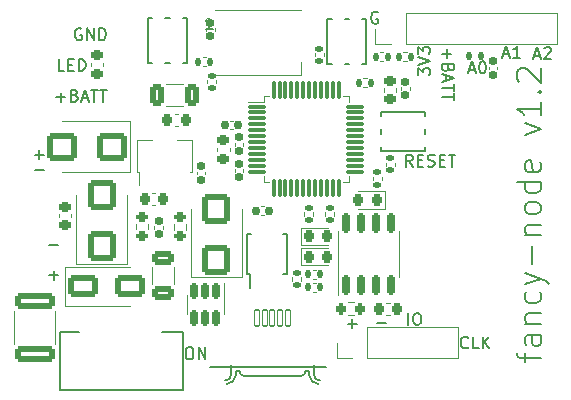
<source format=gto>
%TF.GenerationSoftware,KiCad,Pcbnew,7.0.2-6a45011f42~172~ubuntu22.04.1*%
%TF.CreationDate,2023-04-30T08:48:56-06:00*%
%TF.ProjectId,fancy-node,66616e63-792d-46e6-9f64-652e6b696361,rev?*%
%TF.SameCoordinates,Original*%
%TF.FileFunction,Legend,Top*%
%TF.FilePolarity,Positive*%
%FSLAX46Y46*%
G04 Gerber Fmt 4.6, Leading zero omitted, Abs format (unit mm)*
G04 Created by KiCad (PCBNEW 7.0.2-6a45011f42~172~ubuntu22.04.1) date 2023-04-30 08:48:56*
%MOMM*%
%LPD*%
G01*
G04 APERTURE LIST*
G04 Aperture macros list*
%AMRoundRect*
0 Rectangle with rounded corners*
0 $1 Rounding radius*
0 $2 $3 $4 $5 $6 $7 $8 $9 X,Y pos of 4 corners*
0 Add a 4 corners polygon primitive as box body*
4,1,4,$2,$3,$4,$5,$6,$7,$8,$9,$2,$3,0*
0 Add four circle primitives for the rounded corners*
1,1,$1+$1,$2,$3*
1,1,$1+$1,$4,$5*
1,1,$1+$1,$6,$7*
1,1,$1+$1,$8,$9*
0 Add four rect primitives between the rounded corners*
20,1,$1+$1,$2,$3,$4,$5,0*
20,1,$1+$1,$4,$5,$6,$7,0*
20,1,$1+$1,$6,$7,$8,$9,0*
20,1,$1+$1,$8,$9,$2,$3,0*%
%AMFreePoly0*
4,1,9,3.862500,-0.866500,0.737500,-0.866500,0.737500,-0.450000,-0.737500,-0.450000,-0.737500,0.450000,0.737500,0.450000,0.737500,0.866500,3.862500,0.866500,3.862500,-0.866500,3.862500,-0.866500,$1*%
G04 Aperture macros list end*
%ADD10C,0.150000*%
%ADD11C,0.200000*%
%ADD12C,0.120000*%
%ADD13C,0.127000*%
%ADD14C,1.408000*%
%ADD15C,1.800000*%
%ADD16R,1.700000X1.700000*%
%ADD17O,1.700000X1.700000*%
%ADD18RoundRect,0.135000X0.185000X-0.135000X0.185000X0.135000X-0.185000X0.135000X-0.185000X-0.135000X0*%
%ADD19R,0.900000X1.250000*%
%ADD20RoundRect,0.225000X-0.225000X-0.250000X0.225000X-0.250000X0.225000X0.250000X-0.225000X0.250000X0*%
%ADD21RoundRect,0.155000X0.212500X0.155000X-0.212500X0.155000X-0.212500X-0.155000X0.212500X-0.155000X0*%
%ADD22RoundRect,0.225000X-0.250000X0.225000X-0.250000X-0.225000X0.250000X-0.225000X0.250000X0.225000X0*%
%ADD23RoundRect,0.155000X0.155000X-0.212500X0.155000X0.212500X-0.155000X0.212500X-0.155000X-0.212500X0*%
%ADD24RoundRect,0.200000X0.275000X-0.200000X0.275000X0.200000X-0.275000X0.200000X-0.275000X-0.200000X0*%
%ADD25RoundRect,0.050000X0.200000X0.675000X-0.200000X0.675000X-0.200000X-0.675000X0.200000X-0.675000X0*%
%ADD26R,1.500000X1.550000*%
%ADD27RoundRect,0.218750X-0.218750X-0.256250X0.218750X-0.256250X0.218750X0.256250X-0.218750X0.256250X0*%
%ADD28RoundRect,0.135000X-0.135000X-0.185000X0.135000X-0.185000X0.135000X0.185000X-0.135000X0.185000X0*%
%ADD29R,0.300000X1.400000*%
%ADD30RoundRect,0.218750X0.218750X0.256250X-0.218750X0.256250X-0.218750X-0.256250X0.218750X-0.256250X0*%
%ADD31R,1.500000X0.900000*%
%ADD32RoundRect,0.200000X-0.275000X0.200000X-0.275000X-0.200000X0.275000X-0.200000X0.275000X0.200000X0*%
%ADD33RoundRect,0.250000X-0.650000X0.325000X-0.650000X-0.325000X0.650000X-0.325000X0.650000X0.325000X0*%
%ADD34RoundRect,0.150000X0.150000X-0.675000X0.150000X0.675000X-0.150000X0.675000X-0.150000X-0.675000X0*%
%ADD35R,3.800000X2.700000*%
%ADD36RoundRect,0.250000X-1.000000X-0.650000X1.000000X-0.650000X1.000000X0.650000X-1.000000X0.650000X0*%
%ADD37RoundRect,0.250000X-0.325000X-0.650000X0.325000X-0.650000X0.325000X0.650000X-0.325000X0.650000X0*%
%ADD38RoundRect,0.147500X-0.147500X-0.172500X0.147500X-0.172500X0.147500X0.172500X-0.147500X0.172500X0*%
%ADD39RoundRect,0.200000X0.200000X0.275000X-0.200000X0.275000X-0.200000X-0.275000X0.200000X-0.275000X0*%
%ADD40RoundRect,0.155000X-0.155000X0.212500X-0.155000X-0.212500X0.155000X-0.212500X0.155000X0.212500X0*%
%ADD41RoundRect,0.250000X1.000000X0.900000X-1.000000X0.900000X-1.000000X-0.900000X1.000000X-0.900000X0*%
%ADD42C,3.200000*%
%ADD43RoundRect,0.225000X0.250000X-0.225000X0.250000X0.225000X-0.250000X0.225000X-0.250000X-0.225000X0*%
%ADD44RoundRect,0.250000X0.900000X-1.000000X0.900000X1.000000X-0.900000X1.000000X-0.900000X-1.000000X0*%
%ADD45RoundRect,0.250000X-1.450000X0.400000X-1.450000X-0.400000X1.450000X-0.400000X1.450000X0.400000X0*%
%ADD46R,0.900000X1.300000*%
%ADD47FreePoly0,90.000000*%
%ADD48R,1.250000X0.900000*%
%ADD49RoundRect,0.150000X-0.150000X0.512500X-0.150000X-0.512500X0.150000X-0.512500X0.150000X0.512500X0*%
%ADD50RoundRect,0.155000X-0.212500X-0.155000X0.212500X-0.155000X0.212500X0.155000X-0.212500X0.155000X0*%
%ADD51RoundRect,0.075000X-0.662500X-0.075000X0.662500X-0.075000X0.662500X0.075000X-0.662500X0.075000X0*%
%ADD52RoundRect,0.075000X-0.075000X-0.662500X0.075000X-0.662500X0.075000X0.662500X-0.075000X0.662500X0*%
%ADD53R,1.800000X1.800000*%
%ADD54R,1.000000X1.000000*%
%ADD55C,1.000000*%
%ADD56C,1.700000*%
G04 APERTURE END LIST*
D10*
X89803333Y-89663095D02*
X89803333Y-90425000D01*
X89422380Y-90044047D02*
X90184285Y-90044047D01*
X89946190Y-91234523D02*
X89898571Y-91377380D01*
X89898571Y-91377380D02*
X89850952Y-91424999D01*
X89850952Y-91424999D02*
X89755714Y-91472618D01*
X89755714Y-91472618D02*
X89612857Y-91472618D01*
X89612857Y-91472618D02*
X89517619Y-91424999D01*
X89517619Y-91424999D02*
X89470000Y-91377380D01*
X89470000Y-91377380D02*
X89422380Y-91282142D01*
X89422380Y-91282142D02*
X89422380Y-90901190D01*
X89422380Y-90901190D02*
X90422380Y-90901190D01*
X90422380Y-90901190D02*
X90422380Y-91234523D01*
X90422380Y-91234523D02*
X90374761Y-91329761D01*
X90374761Y-91329761D02*
X90327142Y-91377380D01*
X90327142Y-91377380D02*
X90231904Y-91424999D01*
X90231904Y-91424999D02*
X90136666Y-91424999D01*
X90136666Y-91424999D02*
X90041428Y-91377380D01*
X90041428Y-91377380D02*
X89993809Y-91329761D01*
X89993809Y-91329761D02*
X89946190Y-91234523D01*
X89946190Y-91234523D02*
X89946190Y-90901190D01*
X89708095Y-91853571D02*
X89708095Y-92329761D01*
X89422380Y-91758333D02*
X90422380Y-92091666D01*
X90422380Y-92091666D02*
X89422380Y-92424999D01*
X90422380Y-92615476D02*
X90422380Y-93186904D01*
X89422380Y-92901190D02*
X90422380Y-92901190D01*
X90422380Y-93377381D02*
X90422380Y-93948809D01*
X89422380Y-93663095D02*
X90422380Y-93663095D01*
X97190476Y-90191904D02*
X97666666Y-90191904D01*
X97095238Y-90477619D02*
X97428571Y-89477619D01*
X97428571Y-89477619D02*
X97761904Y-90477619D01*
X98047619Y-89572857D02*
X98095238Y-89525238D01*
X98095238Y-89525238D02*
X98190476Y-89477619D01*
X98190476Y-89477619D02*
X98428571Y-89477619D01*
X98428571Y-89477619D02*
X98523809Y-89525238D01*
X98523809Y-89525238D02*
X98571428Y-89572857D01*
X98571428Y-89572857D02*
X98619047Y-89668095D01*
X98619047Y-89668095D02*
X98619047Y-89763333D01*
X98619047Y-89763333D02*
X98571428Y-89906190D01*
X98571428Y-89906190D02*
X98000000Y-90477619D01*
X98000000Y-90477619D02*
X98619047Y-90477619D01*
X94590476Y-90091904D02*
X95066666Y-90091904D01*
X94495238Y-90377619D02*
X94828571Y-89377619D01*
X94828571Y-89377619D02*
X95161904Y-90377619D01*
X96019047Y-90377619D02*
X95447619Y-90377619D01*
X95733333Y-90377619D02*
X95733333Y-89377619D01*
X95733333Y-89377619D02*
X95638095Y-89520476D01*
X95638095Y-89520476D02*
X95542857Y-89615714D01*
X95542857Y-89615714D02*
X95447619Y-89663333D01*
X91690476Y-91391904D02*
X92166666Y-91391904D01*
X91595238Y-91677619D02*
X91928571Y-90677619D01*
X91928571Y-90677619D02*
X92261904Y-91677619D01*
X92785714Y-90677619D02*
X92880952Y-90677619D01*
X92880952Y-90677619D02*
X92976190Y-90725238D01*
X92976190Y-90725238D02*
X93023809Y-90772857D01*
X93023809Y-90772857D02*
X93071428Y-90868095D01*
X93071428Y-90868095D02*
X93119047Y-91058571D01*
X93119047Y-91058571D02*
X93119047Y-91296666D01*
X93119047Y-91296666D02*
X93071428Y-91487142D01*
X93071428Y-91487142D02*
X93023809Y-91582380D01*
X93023809Y-91582380D02*
X92976190Y-91630000D01*
X92976190Y-91630000D02*
X92880952Y-91677619D01*
X92880952Y-91677619D02*
X92785714Y-91677619D01*
X92785714Y-91677619D02*
X92690476Y-91630000D01*
X92690476Y-91630000D02*
X92642857Y-91582380D01*
X92642857Y-91582380D02*
X92595238Y-91487142D01*
X92595238Y-91487142D02*
X92547619Y-91296666D01*
X92547619Y-91296666D02*
X92547619Y-91058571D01*
X92547619Y-91058571D02*
X92595238Y-90868095D01*
X92595238Y-90868095D02*
X92642857Y-90772857D01*
X92642857Y-90772857D02*
X92690476Y-90725238D01*
X92690476Y-90725238D02*
X92785714Y-90677619D01*
X87377619Y-91857142D02*
X87377619Y-91238095D01*
X87377619Y-91238095D02*
X87758571Y-91571428D01*
X87758571Y-91571428D02*
X87758571Y-91428571D01*
X87758571Y-91428571D02*
X87806190Y-91333333D01*
X87806190Y-91333333D02*
X87853809Y-91285714D01*
X87853809Y-91285714D02*
X87949047Y-91238095D01*
X87949047Y-91238095D02*
X88187142Y-91238095D01*
X88187142Y-91238095D02*
X88282380Y-91285714D01*
X88282380Y-91285714D02*
X88330000Y-91333333D01*
X88330000Y-91333333D02*
X88377619Y-91428571D01*
X88377619Y-91428571D02*
X88377619Y-91714285D01*
X88377619Y-91714285D02*
X88330000Y-91809523D01*
X88330000Y-91809523D02*
X88282380Y-91857142D01*
X87377619Y-90952380D02*
X88377619Y-90619047D01*
X88377619Y-90619047D02*
X87377619Y-90285714D01*
X87377619Y-90047618D02*
X87377619Y-89428571D01*
X87377619Y-89428571D02*
X87758571Y-89761904D01*
X87758571Y-89761904D02*
X87758571Y-89619047D01*
X87758571Y-89619047D02*
X87806190Y-89523809D01*
X87806190Y-89523809D02*
X87853809Y-89476190D01*
X87853809Y-89476190D02*
X87949047Y-89428571D01*
X87949047Y-89428571D02*
X88187142Y-89428571D01*
X88187142Y-89428571D02*
X88282380Y-89476190D01*
X88282380Y-89476190D02*
X88330000Y-89523809D01*
X88330000Y-89523809D02*
X88377619Y-89619047D01*
X88377619Y-89619047D02*
X88377619Y-89904761D01*
X88377619Y-89904761D02*
X88330000Y-89999999D01*
X88330000Y-89999999D02*
X88282380Y-90047618D01*
X83961904Y-86525238D02*
X83866666Y-86477619D01*
X83866666Y-86477619D02*
X83723809Y-86477619D01*
X83723809Y-86477619D02*
X83580952Y-86525238D01*
X83580952Y-86525238D02*
X83485714Y-86620476D01*
X83485714Y-86620476D02*
X83438095Y-86715714D01*
X83438095Y-86715714D02*
X83390476Y-86906190D01*
X83390476Y-86906190D02*
X83390476Y-87049047D01*
X83390476Y-87049047D02*
X83438095Y-87239523D01*
X83438095Y-87239523D02*
X83485714Y-87334761D01*
X83485714Y-87334761D02*
X83580952Y-87430000D01*
X83580952Y-87430000D02*
X83723809Y-87477619D01*
X83723809Y-87477619D02*
X83819047Y-87477619D01*
X83819047Y-87477619D02*
X83961904Y-87430000D01*
X83961904Y-87430000D02*
X84009523Y-87382380D01*
X84009523Y-87382380D02*
X84009523Y-87049047D01*
X84009523Y-87049047D02*
X83819047Y-87049047D01*
X86909523Y-99577619D02*
X86576190Y-99101428D01*
X86338095Y-99577619D02*
X86338095Y-98577619D01*
X86338095Y-98577619D02*
X86719047Y-98577619D01*
X86719047Y-98577619D02*
X86814285Y-98625238D01*
X86814285Y-98625238D02*
X86861904Y-98672857D01*
X86861904Y-98672857D02*
X86909523Y-98768095D01*
X86909523Y-98768095D02*
X86909523Y-98910952D01*
X86909523Y-98910952D02*
X86861904Y-99006190D01*
X86861904Y-99006190D02*
X86814285Y-99053809D01*
X86814285Y-99053809D02*
X86719047Y-99101428D01*
X86719047Y-99101428D02*
X86338095Y-99101428D01*
X87338095Y-99053809D02*
X87671428Y-99053809D01*
X87814285Y-99577619D02*
X87338095Y-99577619D01*
X87338095Y-99577619D02*
X87338095Y-98577619D01*
X87338095Y-98577619D02*
X87814285Y-98577619D01*
X88195238Y-99530000D02*
X88338095Y-99577619D01*
X88338095Y-99577619D02*
X88576190Y-99577619D01*
X88576190Y-99577619D02*
X88671428Y-99530000D01*
X88671428Y-99530000D02*
X88719047Y-99482380D01*
X88719047Y-99482380D02*
X88766666Y-99387142D01*
X88766666Y-99387142D02*
X88766666Y-99291904D01*
X88766666Y-99291904D02*
X88719047Y-99196666D01*
X88719047Y-99196666D02*
X88671428Y-99149047D01*
X88671428Y-99149047D02*
X88576190Y-99101428D01*
X88576190Y-99101428D02*
X88385714Y-99053809D01*
X88385714Y-99053809D02*
X88290476Y-99006190D01*
X88290476Y-99006190D02*
X88242857Y-98958571D01*
X88242857Y-98958571D02*
X88195238Y-98863333D01*
X88195238Y-98863333D02*
X88195238Y-98768095D01*
X88195238Y-98768095D02*
X88242857Y-98672857D01*
X88242857Y-98672857D02*
X88290476Y-98625238D01*
X88290476Y-98625238D02*
X88385714Y-98577619D01*
X88385714Y-98577619D02*
X88623809Y-98577619D01*
X88623809Y-98577619D02*
X88766666Y-98625238D01*
X89195238Y-99053809D02*
X89528571Y-99053809D01*
X89671428Y-99577619D02*
X89195238Y-99577619D01*
X89195238Y-99577619D02*
X89195238Y-98577619D01*
X89195238Y-98577619D02*
X89671428Y-98577619D01*
X89957143Y-98577619D02*
X90528571Y-98577619D01*
X90242857Y-99577619D02*
X90242857Y-98577619D01*
X57414285Y-91477619D02*
X56938095Y-91477619D01*
X56938095Y-91477619D02*
X56938095Y-90477619D01*
X57747619Y-90953809D02*
X58080952Y-90953809D01*
X58223809Y-91477619D02*
X57747619Y-91477619D01*
X57747619Y-91477619D02*
X57747619Y-90477619D01*
X57747619Y-90477619D02*
X58223809Y-90477619D01*
X58652381Y-91477619D02*
X58652381Y-90477619D01*
X58652381Y-90477619D02*
X58890476Y-90477619D01*
X58890476Y-90477619D02*
X59033333Y-90525238D01*
X59033333Y-90525238D02*
X59128571Y-90620476D01*
X59128571Y-90620476D02*
X59176190Y-90715714D01*
X59176190Y-90715714D02*
X59223809Y-90906190D01*
X59223809Y-90906190D02*
X59223809Y-91049047D01*
X59223809Y-91049047D02*
X59176190Y-91239523D01*
X59176190Y-91239523D02*
X59128571Y-91334761D01*
X59128571Y-91334761D02*
X59033333Y-91430000D01*
X59033333Y-91430000D02*
X58890476Y-91477619D01*
X58890476Y-91477619D02*
X58652381Y-91477619D01*
X58861904Y-87925238D02*
X58766666Y-87877619D01*
X58766666Y-87877619D02*
X58623809Y-87877619D01*
X58623809Y-87877619D02*
X58480952Y-87925238D01*
X58480952Y-87925238D02*
X58385714Y-88020476D01*
X58385714Y-88020476D02*
X58338095Y-88115714D01*
X58338095Y-88115714D02*
X58290476Y-88306190D01*
X58290476Y-88306190D02*
X58290476Y-88449047D01*
X58290476Y-88449047D02*
X58338095Y-88639523D01*
X58338095Y-88639523D02*
X58385714Y-88734761D01*
X58385714Y-88734761D02*
X58480952Y-88830000D01*
X58480952Y-88830000D02*
X58623809Y-88877619D01*
X58623809Y-88877619D02*
X58719047Y-88877619D01*
X58719047Y-88877619D02*
X58861904Y-88830000D01*
X58861904Y-88830000D02*
X58909523Y-88782380D01*
X58909523Y-88782380D02*
X58909523Y-88449047D01*
X58909523Y-88449047D02*
X58719047Y-88449047D01*
X59338095Y-88877619D02*
X59338095Y-87877619D01*
X59338095Y-87877619D02*
X59909523Y-88877619D01*
X59909523Y-88877619D02*
X59909523Y-87877619D01*
X60385714Y-88877619D02*
X60385714Y-87877619D01*
X60385714Y-87877619D02*
X60623809Y-87877619D01*
X60623809Y-87877619D02*
X60766666Y-87925238D01*
X60766666Y-87925238D02*
X60861904Y-88020476D01*
X60861904Y-88020476D02*
X60909523Y-88115714D01*
X60909523Y-88115714D02*
X60957142Y-88306190D01*
X60957142Y-88306190D02*
X60957142Y-88449047D01*
X60957142Y-88449047D02*
X60909523Y-88639523D01*
X60909523Y-88639523D02*
X60861904Y-88734761D01*
X60861904Y-88734761D02*
X60766666Y-88830000D01*
X60766666Y-88830000D02*
X60623809Y-88877619D01*
X60623809Y-88877619D02*
X60385714Y-88877619D01*
X56738095Y-93696666D02*
X57500000Y-93696666D01*
X57119047Y-94077619D02*
X57119047Y-93315714D01*
X58309523Y-93553809D02*
X58452380Y-93601428D01*
X58452380Y-93601428D02*
X58499999Y-93649047D01*
X58499999Y-93649047D02*
X58547618Y-93744285D01*
X58547618Y-93744285D02*
X58547618Y-93887142D01*
X58547618Y-93887142D02*
X58499999Y-93982380D01*
X58499999Y-93982380D02*
X58452380Y-94030000D01*
X58452380Y-94030000D02*
X58357142Y-94077619D01*
X58357142Y-94077619D02*
X57976190Y-94077619D01*
X57976190Y-94077619D02*
X57976190Y-93077619D01*
X57976190Y-93077619D02*
X58309523Y-93077619D01*
X58309523Y-93077619D02*
X58404761Y-93125238D01*
X58404761Y-93125238D02*
X58452380Y-93172857D01*
X58452380Y-93172857D02*
X58499999Y-93268095D01*
X58499999Y-93268095D02*
X58499999Y-93363333D01*
X58499999Y-93363333D02*
X58452380Y-93458571D01*
X58452380Y-93458571D02*
X58404761Y-93506190D01*
X58404761Y-93506190D02*
X58309523Y-93553809D01*
X58309523Y-93553809D02*
X57976190Y-93553809D01*
X58928571Y-93791904D02*
X59404761Y-93791904D01*
X58833333Y-94077619D02*
X59166666Y-93077619D01*
X59166666Y-93077619D02*
X59499999Y-94077619D01*
X59690476Y-93077619D02*
X60261904Y-93077619D01*
X59976190Y-94077619D02*
X59976190Y-93077619D01*
X60452381Y-93077619D02*
X61023809Y-93077619D01*
X60738095Y-94077619D02*
X60738095Y-93077619D01*
X83938095Y-112796666D02*
X84700000Y-112796666D01*
X86538095Y-112977619D02*
X86538095Y-111977619D01*
X87204761Y-111977619D02*
X87395237Y-111977619D01*
X87395237Y-111977619D02*
X87490475Y-112025238D01*
X87490475Y-112025238D02*
X87585713Y-112120476D01*
X87585713Y-112120476D02*
X87633332Y-112310952D01*
X87633332Y-112310952D02*
X87633332Y-112644285D01*
X87633332Y-112644285D02*
X87585713Y-112834761D01*
X87585713Y-112834761D02*
X87490475Y-112930000D01*
X87490475Y-112930000D02*
X87395237Y-112977619D01*
X87395237Y-112977619D02*
X87204761Y-112977619D01*
X87204761Y-112977619D02*
X87109523Y-112930000D01*
X87109523Y-112930000D02*
X87014285Y-112834761D01*
X87014285Y-112834761D02*
X86966666Y-112644285D01*
X86966666Y-112644285D02*
X86966666Y-112310952D01*
X86966666Y-112310952D02*
X87014285Y-112120476D01*
X87014285Y-112120476D02*
X87109523Y-112025238D01*
X87109523Y-112025238D02*
X87204761Y-111977619D01*
D11*
X96421904Y-116109523D02*
X96421904Y-115347619D01*
X97755238Y-115823809D02*
X96040952Y-115823809D01*
X96040952Y-115823809D02*
X95850476Y-115728571D01*
X95850476Y-115728571D02*
X95755238Y-115538095D01*
X95755238Y-115538095D02*
X95755238Y-115347619D01*
X97755238Y-113823809D02*
X96707619Y-113823809D01*
X96707619Y-113823809D02*
X96517142Y-113919047D01*
X96517142Y-113919047D02*
X96421904Y-114109523D01*
X96421904Y-114109523D02*
X96421904Y-114490476D01*
X96421904Y-114490476D02*
X96517142Y-114680952D01*
X97660000Y-113823809D02*
X97755238Y-114014285D01*
X97755238Y-114014285D02*
X97755238Y-114490476D01*
X97755238Y-114490476D02*
X97660000Y-114680952D01*
X97660000Y-114680952D02*
X97469523Y-114776190D01*
X97469523Y-114776190D02*
X97279047Y-114776190D01*
X97279047Y-114776190D02*
X97088571Y-114680952D01*
X97088571Y-114680952D02*
X96993333Y-114490476D01*
X96993333Y-114490476D02*
X96993333Y-114014285D01*
X96993333Y-114014285D02*
X96898095Y-113823809D01*
X96421904Y-112871428D02*
X97755238Y-112871428D01*
X96612380Y-112871428D02*
X96517142Y-112776190D01*
X96517142Y-112776190D02*
X96421904Y-112585714D01*
X96421904Y-112585714D02*
X96421904Y-112299999D01*
X96421904Y-112299999D02*
X96517142Y-112109523D01*
X96517142Y-112109523D02*
X96707619Y-112014285D01*
X96707619Y-112014285D02*
X97755238Y-112014285D01*
X97660000Y-110204761D02*
X97755238Y-110395237D01*
X97755238Y-110395237D02*
X97755238Y-110776190D01*
X97755238Y-110776190D02*
X97660000Y-110966666D01*
X97660000Y-110966666D02*
X97564761Y-111061904D01*
X97564761Y-111061904D02*
X97374285Y-111157142D01*
X97374285Y-111157142D02*
X96802857Y-111157142D01*
X96802857Y-111157142D02*
X96612380Y-111061904D01*
X96612380Y-111061904D02*
X96517142Y-110966666D01*
X96517142Y-110966666D02*
X96421904Y-110776190D01*
X96421904Y-110776190D02*
X96421904Y-110395237D01*
X96421904Y-110395237D02*
X96517142Y-110204761D01*
X96421904Y-109538094D02*
X97755238Y-109061904D01*
X96421904Y-108585713D02*
X97755238Y-109061904D01*
X97755238Y-109061904D02*
X98231428Y-109252380D01*
X98231428Y-109252380D02*
X98326666Y-109347618D01*
X98326666Y-109347618D02*
X98421904Y-109538094D01*
X96993333Y-107823808D02*
X96993333Y-106299999D01*
X96421904Y-105347618D02*
X97755238Y-105347618D01*
X96612380Y-105347618D02*
X96517142Y-105252380D01*
X96517142Y-105252380D02*
X96421904Y-105061904D01*
X96421904Y-105061904D02*
X96421904Y-104776189D01*
X96421904Y-104776189D02*
X96517142Y-104585713D01*
X96517142Y-104585713D02*
X96707619Y-104490475D01*
X96707619Y-104490475D02*
X97755238Y-104490475D01*
X97755238Y-103252380D02*
X97660000Y-103442856D01*
X97660000Y-103442856D02*
X97564761Y-103538094D01*
X97564761Y-103538094D02*
X97374285Y-103633332D01*
X97374285Y-103633332D02*
X96802857Y-103633332D01*
X96802857Y-103633332D02*
X96612380Y-103538094D01*
X96612380Y-103538094D02*
X96517142Y-103442856D01*
X96517142Y-103442856D02*
X96421904Y-103252380D01*
X96421904Y-103252380D02*
X96421904Y-102966665D01*
X96421904Y-102966665D02*
X96517142Y-102776189D01*
X96517142Y-102776189D02*
X96612380Y-102680951D01*
X96612380Y-102680951D02*
X96802857Y-102585713D01*
X96802857Y-102585713D02*
X97374285Y-102585713D01*
X97374285Y-102585713D02*
X97564761Y-102680951D01*
X97564761Y-102680951D02*
X97660000Y-102776189D01*
X97660000Y-102776189D02*
X97755238Y-102966665D01*
X97755238Y-102966665D02*
X97755238Y-103252380D01*
X97755238Y-100871427D02*
X95755238Y-100871427D01*
X97660000Y-100871427D02*
X97755238Y-101061903D01*
X97755238Y-101061903D02*
X97755238Y-101442856D01*
X97755238Y-101442856D02*
X97660000Y-101633332D01*
X97660000Y-101633332D02*
X97564761Y-101728570D01*
X97564761Y-101728570D02*
X97374285Y-101823808D01*
X97374285Y-101823808D02*
X96802857Y-101823808D01*
X96802857Y-101823808D02*
X96612380Y-101728570D01*
X96612380Y-101728570D02*
X96517142Y-101633332D01*
X96517142Y-101633332D02*
X96421904Y-101442856D01*
X96421904Y-101442856D02*
X96421904Y-101061903D01*
X96421904Y-101061903D02*
X96517142Y-100871427D01*
X97660000Y-99157141D02*
X97755238Y-99347617D01*
X97755238Y-99347617D02*
X97755238Y-99728570D01*
X97755238Y-99728570D02*
X97660000Y-99919046D01*
X97660000Y-99919046D02*
X97469523Y-100014284D01*
X97469523Y-100014284D02*
X96707619Y-100014284D01*
X96707619Y-100014284D02*
X96517142Y-99919046D01*
X96517142Y-99919046D02*
X96421904Y-99728570D01*
X96421904Y-99728570D02*
X96421904Y-99347617D01*
X96421904Y-99347617D02*
X96517142Y-99157141D01*
X96517142Y-99157141D02*
X96707619Y-99061903D01*
X96707619Y-99061903D02*
X96898095Y-99061903D01*
X96898095Y-99061903D02*
X97088571Y-100014284D01*
X96421904Y-96871426D02*
X97755238Y-96395236D01*
X97755238Y-96395236D02*
X96421904Y-95919045D01*
X97755238Y-94109521D02*
X97755238Y-95252378D01*
X97755238Y-94680950D02*
X95755238Y-94680950D01*
X95755238Y-94680950D02*
X96040952Y-94871426D01*
X96040952Y-94871426D02*
X96231428Y-95061902D01*
X96231428Y-95061902D02*
X96326666Y-95252378D01*
X97564761Y-93252378D02*
X97660000Y-93157140D01*
X97660000Y-93157140D02*
X97755238Y-93252378D01*
X97755238Y-93252378D02*
X97660000Y-93347616D01*
X97660000Y-93347616D02*
X97564761Y-93252378D01*
X97564761Y-93252378D02*
X97755238Y-93252378D01*
X95945714Y-92395235D02*
X95850476Y-92299997D01*
X95850476Y-92299997D02*
X95755238Y-92109521D01*
X95755238Y-92109521D02*
X95755238Y-91633330D01*
X95755238Y-91633330D02*
X95850476Y-91442854D01*
X95850476Y-91442854D02*
X95945714Y-91347616D01*
X95945714Y-91347616D02*
X96136190Y-91252378D01*
X96136190Y-91252378D02*
X96326666Y-91252378D01*
X96326666Y-91252378D02*
X96612380Y-91347616D01*
X96612380Y-91347616D02*
X97755238Y-92490473D01*
X97755238Y-92490473D02*
X97755238Y-91252378D01*
D10*
X54938095Y-99896666D02*
X55700000Y-99896666D01*
X81438095Y-112896666D02*
X82200000Y-112896666D01*
X81819047Y-113277619D02*
X81819047Y-112515714D01*
X56138095Y-106196666D02*
X56900000Y-106196666D01*
X54938095Y-98596666D02*
X55700000Y-98596666D01*
X55319047Y-98977619D02*
X55319047Y-98215714D01*
X91609523Y-114882380D02*
X91561904Y-114930000D01*
X91561904Y-114930000D02*
X91419047Y-114977619D01*
X91419047Y-114977619D02*
X91323809Y-114977619D01*
X91323809Y-114977619D02*
X91180952Y-114930000D01*
X91180952Y-114930000D02*
X91085714Y-114834761D01*
X91085714Y-114834761D02*
X91038095Y-114739523D01*
X91038095Y-114739523D02*
X90990476Y-114549047D01*
X90990476Y-114549047D02*
X90990476Y-114406190D01*
X90990476Y-114406190D02*
X91038095Y-114215714D01*
X91038095Y-114215714D02*
X91085714Y-114120476D01*
X91085714Y-114120476D02*
X91180952Y-114025238D01*
X91180952Y-114025238D02*
X91323809Y-113977619D01*
X91323809Y-113977619D02*
X91419047Y-113977619D01*
X91419047Y-113977619D02*
X91561904Y-114025238D01*
X91561904Y-114025238D02*
X91609523Y-114072857D01*
X92514285Y-114977619D02*
X92038095Y-114977619D01*
X92038095Y-114977619D02*
X92038095Y-113977619D01*
X92847619Y-114977619D02*
X92847619Y-113977619D01*
X93419047Y-114977619D02*
X92990476Y-114406190D01*
X93419047Y-113977619D02*
X92847619Y-114549047D01*
X67928571Y-114890119D02*
X68119047Y-114890119D01*
X68119047Y-114890119D02*
X68214285Y-114937738D01*
X68214285Y-114937738D02*
X68309523Y-115032976D01*
X68309523Y-115032976D02*
X68357142Y-115223452D01*
X68357142Y-115223452D02*
X68357142Y-115556785D01*
X68357142Y-115556785D02*
X68309523Y-115747261D01*
X68309523Y-115747261D02*
X68214285Y-115842500D01*
X68214285Y-115842500D02*
X68119047Y-115890119D01*
X68119047Y-115890119D02*
X67928571Y-115890119D01*
X67928571Y-115890119D02*
X67833333Y-115842500D01*
X67833333Y-115842500D02*
X67738095Y-115747261D01*
X67738095Y-115747261D02*
X67690476Y-115556785D01*
X67690476Y-115556785D02*
X67690476Y-115223452D01*
X67690476Y-115223452D02*
X67738095Y-115032976D01*
X67738095Y-115032976D02*
X67833333Y-114937738D01*
X67833333Y-114937738D02*
X67928571Y-114890119D01*
X68785714Y-115890119D02*
X68785714Y-114890119D01*
X68785714Y-114890119D02*
X69357142Y-115890119D01*
X69357142Y-115890119D02*
X69357142Y-114890119D01*
X56138095Y-108796666D02*
X56900000Y-108796666D01*
X56519047Y-109177619D02*
X56519047Y-108415714D01*
%TO.C,U3*%
X69985714Y-87962619D02*
X69414286Y-87962619D01*
X69700000Y-87962619D02*
X69700000Y-86962619D01*
X69700000Y-86962619D02*
X69604762Y-87105476D01*
X69604762Y-87105476D02*
X69509524Y-87200714D01*
X69509524Y-87200714D02*
X69414286Y-87248333D01*
D12*
%TO.C,J2*%
X86350000Y-89230000D02*
X99110000Y-89230000D01*
X85080000Y-89230000D02*
X83750000Y-89230000D01*
X83750000Y-89230000D02*
X83750000Y-87900000D01*
X86350000Y-89230000D02*
X86350000Y-86570000D01*
X99110000Y-89230000D02*
X99110000Y-86570000D01*
X86350000Y-86570000D02*
X99110000Y-86570000D01*
%TO.C,R2*%
X78620000Y-90253641D02*
X78620000Y-89946359D01*
X79380000Y-90253641D02*
X79380000Y-89946359D01*
D10*
%TO.C,SW2*%
X64500000Y-90800000D02*
X64850000Y-90800000D01*
X64500000Y-90800000D02*
X64500000Y-87000000D01*
X65950000Y-90800000D02*
X66350000Y-90800000D01*
X67450000Y-90800000D02*
X67800000Y-90800000D01*
X67800000Y-90800000D02*
X67800000Y-87000000D01*
X64850000Y-87000000D02*
X64500000Y-87000000D01*
X65950000Y-87000000D02*
X66350000Y-87000000D01*
X67800000Y-87000000D02*
X67450000Y-87000000D01*
D12*
%TO.C,R15*%
X79520000Y-103763641D02*
X79520000Y-103456359D01*
X80280000Y-103763641D02*
X80280000Y-103456359D01*
%TO.C,C8*%
X64859420Y-101840000D02*
X65140580Y-101840000D01*
X64859420Y-102860000D02*
X65140580Y-102860000D01*
%TO.C,C1*%
X74315835Y-103660000D02*
X74084165Y-103660000D01*
X74315835Y-102940000D02*
X74084165Y-102940000D01*
%TO.C,C11*%
X58010000Y-103609420D02*
X58010000Y-103890580D01*
X56990000Y-103609420D02*
X56990000Y-103890580D01*
%TO.C,C9*%
X65040000Y-104848335D02*
X65040000Y-104616665D01*
X65760000Y-104848335D02*
X65760000Y-104616665D01*
%TO.C,R11*%
X63477500Y-104887258D02*
X63477500Y-104412742D01*
X64522500Y-104887258D02*
X64522500Y-104412742D01*
D13*
%TO.C,J1*%
X69800000Y-116550000D02*
X79550000Y-116550000D01*
X71550000Y-116350000D02*
X71550000Y-117200000D01*
X71550000Y-117200000D02*
X71550000Y-117250000D01*
X71950000Y-116900000D02*
X72250000Y-116900000D01*
X71950000Y-117200000D02*
X71950000Y-116900000D01*
X72650000Y-117300000D02*
X77350000Y-117300000D01*
X78150000Y-116900000D02*
X77850000Y-116900000D01*
X78150000Y-117200000D02*
X78150000Y-116900000D01*
X78550000Y-116350000D02*
X78550000Y-117200000D01*
X78550000Y-116350000D02*
X78550000Y-117250000D01*
X78550000Y-117200000D02*
X78550000Y-117250000D01*
X71050000Y-117700000D02*
G75*
G03*
X71550000Y-117200000I-1J500001D01*
G01*
X71150000Y-118000000D02*
G75*
G03*
X71950000Y-117200000I-1J800001D01*
G01*
X72250000Y-116900000D02*
G75*
G03*
X72650000Y-117300000I399999J-1D01*
G01*
X77450000Y-117300000D02*
G75*
G03*
X77850000Y-116900000I0J400000D01*
G01*
X78150000Y-117200000D02*
G75*
G03*
X78950000Y-118000000I800000J0D01*
G01*
X78550000Y-117200000D02*
G75*
G03*
X79050000Y-117700000I500000J0D01*
G01*
D12*
%TO.C,D6*%
X77427500Y-104765000D02*
X77427500Y-106235000D01*
X77427500Y-106235000D02*
X79712500Y-106235000D01*
X79712500Y-104765000D02*
X77427500Y-104765000D01*
%TO.C,R6*%
X84136359Y-89920000D02*
X84443641Y-89920000D01*
X84136359Y-90680000D02*
X84443641Y-90680000D01*
D10*
%TO.C,U1*%
X72925000Y-108675000D02*
X73150000Y-108675000D01*
X72925000Y-108675000D02*
X72925000Y-105325000D01*
X73150000Y-108675000D02*
X73150000Y-109900000D01*
X76275000Y-108675000D02*
X75975000Y-108675000D01*
X76275000Y-108675000D02*
X76275000Y-105325000D01*
X72925000Y-105325000D02*
X73225000Y-105325000D01*
X76275000Y-105325000D02*
X75975000Y-105325000D01*
D12*
%TO.C,D1*%
X84597500Y-103135000D02*
X84597500Y-101665000D01*
X84597500Y-101665000D02*
X82312500Y-101665000D01*
X82312500Y-103135000D02*
X84597500Y-103135000D01*
%TO.C,U3*%
X70200000Y-86350000D02*
X77500000Y-86350000D01*
X70200000Y-91850000D02*
X77500000Y-91850000D01*
X77500000Y-91850000D02*
X77500000Y-90700000D01*
%TO.C,R10*%
X67722500Y-104437742D02*
X67722500Y-104912258D01*
X66677500Y-104437742D02*
X66677500Y-104912258D01*
%TO.C,C14*%
X66710000Y-108063748D02*
X66710000Y-109486252D01*
X64890000Y-108063748D02*
X64890000Y-109486252D01*
%TO.C,R1*%
X83520000Y-100743641D02*
X83520000Y-100436359D01*
X84280000Y-100743641D02*
X84280000Y-100436359D01*
%TO.C,U6*%
X80635000Y-106975000D02*
X80635000Y-110425000D01*
X80635000Y-106975000D02*
X80635000Y-105025000D01*
X85755000Y-106975000D02*
X85755000Y-108925000D01*
X85755000Y-106975000D02*
X85755000Y-105025000D01*
%TO.C,D8*%
X57490000Y-108050000D02*
X57490000Y-111350000D01*
X57490000Y-108050000D02*
X63000000Y-108050000D01*
X57490000Y-111350000D02*
X63000000Y-111350000D01*
%TO.C,C10*%
X66013748Y-92590000D02*
X67436252Y-92590000D01*
X66013748Y-94410000D02*
X67436252Y-94410000D01*
%TO.C,C18*%
X84684420Y-111090000D02*
X84965580Y-111090000D01*
X84684420Y-112110000D02*
X84965580Y-112110000D01*
%TO.C,R14*%
X81912258Y-112122500D02*
X81437742Y-112122500D01*
X81912258Y-111077500D02*
X81437742Y-111077500D01*
%TO.C,C17*%
X94060000Y-91116665D02*
X94060000Y-91348335D01*
X93340000Y-91116665D02*
X93340000Y-91348335D01*
%TO.C,R8*%
X76720000Y-109263641D02*
X76720000Y-108956359D01*
X77480000Y-109263641D02*
X77480000Y-108956359D01*
%TO.C,D5*%
X63010000Y-100050000D02*
X63010000Y-95750000D01*
X63010000Y-100050000D02*
X57200000Y-100050000D01*
X63010000Y-95750000D02*
X57200000Y-95750000D01*
%TO.C,R13*%
X78446359Y-108320000D02*
X78753641Y-108320000D01*
X78446359Y-109080000D02*
X78753641Y-109080000D01*
%TO.C,C4*%
X71410000Y-97984420D02*
X71410000Y-98265580D01*
X70390000Y-97984420D02*
X70390000Y-98265580D01*
%TO.C,C6*%
X60710000Y-90809420D02*
X60710000Y-91090580D01*
X59690000Y-90809420D02*
X59690000Y-91090580D01*
%TO.C,C12*%
X66784420Y-95090000D02*
X67065580Y-95090000D01*
X66784420Y-96110000D02*
X67065580Y-96110000D01*
%TO.C,C13*%
X68640000Y-100248335D02*
X68640000Y-100016665D01*
X69360000Y-100248335D02*
X69360000Y-100016665D01*
%TO.C,C16*%
X84490000Y-93240580D02*
X84490000Y-92959420D01*
X85510000Y-93240580D02*
X85510000Y-92959420D01*
%TO.C,D4*%
X68150000Y-108960000D02*
X72450000Y-108960000D01*
X68150000Y-108960000D02*
X68150000Y-103150000D01*
X72450000Y-108960000D02*
X72450000Y-103150000D01*
%TO.C,TH1*%
X56610000Y-111813748D02*
X56610000Y-114586252D01*
X53190000Y-111813748D02*
X53190000Y-114586252D01*
%TO.C,R3*%
X69520000Y-92543641D02*
X69520000Y-92236359D01*
X70280000Y-92543641D02*
X70280000Y-92236359D01*
%TO.C,R4*%
X84620000Y-99553641D02*
X84620000Y-99246359D01*
X85380000Y-99553641D02*
X85380000Y-99246359D01*
%TO.C,D7*%
X77427500Y-106465000D02*
X77427500Y-107935000D01*
X77427500Y-107935000D02*
X79712500Y-107935000D01*
X79712500Y-106465000D02*
X77427500Y-106465000D01*
%TO.C,U4*%
X63770000Y-101150000D02*
X63770000Y-100010000D01*
X63540000Y-100010000D02*
X63770000Y-100010000D01*
X63540000Y-100010000D02*
X63540000Y-97290000D01*
X68260000Y-100010000D02*
X68030000Y-100010000D01*
X63540000Y-97290000D02*
X64850000Y-97290000D01*
X66950000Y-97290000D02*
X68260000Y-97290000D01*
X68260000Y-97290000D02*
X68260000Y-100010000D01*
D10*
%TO.C,SW3*%
X88000000Y-98250000D02*
X88000000Y-97900000D01*
X88000000Y-98250000D02*
X84200000Y-98250000D01*
X88000000Y-96800000D02*
X88000000Y-96400000D01*
X88000000Y-95300000D02*
X88000000Y-94950000D01*
X88000000Y-94950000D02*
X84200000Y-94950000D01*
X84200000Y-97900000D02*
X84200000Y-98250000D01*
X84200000Y-96800000D02*
X84200000Y-96400000D01*
X84200000Y-94950000D02*
X84200000Y-95300000D01*
D12*
%TO.C,D2*%
X70910000Y-111237500D02*
X70910000Y-109437500D01*
X70910000Y-111237500D02*
X70910000Y-112037500D01*
X67790000Y-111237500D02*
X67790000Y-110437500D01*
X67790000Y-111237500D02*
X67790000Y-112037500D01*
%TO.C,R7*%
X86136359Y-89920000D02*
X86443641Y-89920000D01*
X86136359Y-90680000D02*
X86443641Y-90680000D01*
%TO.C,C2*%
X71484165Y-95690000D02*
X71715835Y-95690000D01*
X71484165Y-96410000D02*
X71715835Y-96410000D01*
D10*
%TO.C,SW1*%
X79700000Y-90875000D02*
X80050000Y-90875000D01*
X79700000Y-90875000D02*
X79700000Y-87075000D01*
X81150000Y-90875000D02*
X81550000Y-90875000D01*
X82650000Y-90875000D02*
X83000000Y-90875000D01*
X83000000Y-90875000D02*
X83000000Y-87075000D01*
X80050000Y-87075000D02*
X79700000Y-87075000D01*
X81150000Y-87075000D02*
X81550000Y-87075000D01*
X83000000Y-87075000D02*
X82650000Y-87075000D01*
D12*
%TO.C,U2*%
X74290000Y-93640000D02*
X74290000Y-94090000D01*
X74290000Y-94090000D02*
X73000000Y-94090000D01*
X74290000Y-100860000D02*
X74290000Y-100410000D01*
X74740000Y-93640000D02*
X74290000Y-93640000D01*
X74740000Y-100860000D02*
X74290000Y-100860000D01*
X81060000Y-93640000D02*
X81510000Y-93640000D01*
X81060000Y-100860000D02*
X81510000Y-100860000D01*
X81510000Y-93640000D02*
X81510000Y-94090000D01*
X81510000Y-100860000D02*
X81510000Y-100410000D01*
%TO.C,R9*%
X69136359Y-90320000D02*
X69443641Y-90320000D01*
X69136359Y-91080000D02*
X69443641Y-91080000D01*
%TO.C,J5*%
X80490000Y-115830000D02*
X80490000Y-114500000D01*
X81820000Y-115830000D02*
X80490000Y-115830000D01*
X83090000Y-115830000D02*
X90770000Y-115830000D01*
X83090000Y-115830000D02*
X83090000Y-113170000D01*
X90770000Y-115830000D02*
X90770000Y-113170000D01*
X83090000Y-113170000D02*
X90770000Y-113170000D01*
%TO.C,R5*%
X82736359Y-92120000D02*
X83043641Y-92120000D01*
X82736359Y-92880000D02*
X83043641Y-92880000D01*
%TO.C,C3*%
X71840000Y-97798335D02*
X71840000Y-97566665D01*
X72560000Y-97798335D02*
X72560000Y-97566665D01*
%TO.C,R16*%
X78446359Y-110180000D02*
X78753641Y-110180000D01*
X78446359Y-109420000D02*
X78753641Y-109420000D01*
%TO.C,R12*%
X77720000Y-103763641D02*
X77720000Y-103456359D01*
X78480000Y-103763641D02*
X78480000Y-103456359D01*
%TO.C,D3*%
X58450000Y-107810000D02*
X62750000Y-107810000D01*
X58450000Y-107810000D02*
X58450000Y-102000000D01*
X62750000Y-107810000D02*
X62750000Y-102000000D01*
%TO.C,C5*%
X71840000Y-100033335D02*
X71840000Y-99801665D01*
X72560000Y-100033335D02*
X72560000Y-99801665D01*
D10*
%TO.C,SW4*%
X57100000Y-113562500D02*
X57100000Y-118462500D01*
X57100000Y-118462500D02*
X67500000Y-118462500D01*
X58700000Y-113562500D02*
X57100000Y-113562500D01*
X67500000Y-113562500D02*
X65700000Y-113562500D01*
X67500000Y-118462500D02*
X67500000Y-113562500D01*
D12*
%TO.C,C15*%
X86660000Y-92859165D02*
X86660000Y-93090835D01*
X85940000Y-92859165D02*
X85940000Y-93090835D01*
%TO.C,C7*%
X69440000Y-88083335D02*
X69440000Y-87851665D01*
X70160000Y-88083335D02*
X70160000Y-87851665D01*
%TD*%
D14*
%TO.C,J1*%
X72550000Y-112400000D03*
X77550000Y-112400000D03*
D15*
X71550000Y-115100000D03*
X78550000Y-115100000D03*
%TD*%
%LPC*%
D16*
%TO.C,J2*%
X85080000Y-87900000D03*
D17*
X87620000Y-87900000D03*
X90160000Y-87900000D03*
X92700000Y-87900000D03*
X95240000Y-87900000D03*
X97780000Y-87900000D03*
%TD*%
D18*
%TO.C,R2*%
X79000000Y-90610000D03*
X79000000Y-89590000D03*
%TD*%
D19*
%TO.C,SW2*%
X65400000Y-90825000D03*
X65400000Y-86975000D03*
X66900000Y-90825000D03*
X66900000Y-86975000D03*
%TD*%
D18*
%TO.C,R15*%
X79900000Y-104120000D03*
X79900000Y-103100000D03*
%TD*%
D20*
%TO.C,C8*%
X64225000Y-102350000D03*
X65775000Y-102350000D03*
%TD*%
D21*
%TO.C,C1*%
X74767500Y-103300000D03*
X73632500Y-103300000D03*
%TD*%
D22*
%TO.C,C11*%
X57500000Y-102975000D03*
X57500000Y-104525000D03*
%TD*%
D23*
%TO.C,C9*%
X65400000Y-105300000D03*
X65400000Y-104165000D03*
%TD*%
D24*
%TO.C,R11*%
X64000000Y-105475000D03*
X64000000Y-103825000D03*
%TD*%
D25*
%TO.C,J1*%
X73750000Y-112425000D03*
X74400000Y-112425000D03*
X75050000Y-112425000D03*
X75700000Y-112425000D03*
X76350000Y-112425000D03*
D14*
X72550000Y-112400000D03*
X77550000Y-112400000D03*
D26*
X74050000Y-115100000D03*
X76050000Y-115100000D03*
D15*
X71550000Y-115100000D03*
D26*
X72000000Y-115100000D03*
X78100000Y-115100000D03*
D15*
X78550000Y-115100000D03*
%TD*%
D27*
%TO.C,D6*%
X78125000Y-105500000D03*
X79700000Y-105500000D03*
%TD*%
D28*
%TO.C,R6*%
X83780000Y-90300000D03*
X84800000Y-90300000D03*
%TD*%
D29*
%TO.C,U1*%
X73600000Y-109200000D03*
X74100000Y-109200000D03*
X74600000Y-109200000D03*
X75100000Y-109200000D03*
X75600000Y-109200000D03*
X75600000Y-104800000D03*
X75100000Y-104800000D03*
X74600000Y-104800000D03*
X74100000Y-104800000D03*
X73600000Y-104800000D03*
%TD*%
D30*
%TO.C,D1*%
X83900000Y-102400000D03*
X82325000Y-102400000D03*
%TD*%
D31*
%TO.C,U3*%
X71400000Y-87450000D03*
X71400000Y-90750000D03*
X76300000Y-90750000D03*
X76300000Y-87450000D03*
%TD*%
D32*
%TO.C,R10*%
X67200000Y-103850000D03*
X67200000Y-105500000D03*
%TD*%
D33*
%TO.C,C14*%
X65800000Y-107300000D03*
X65800000Y-110250000D03*
%TD*%
D18*
%TO.C,R1*%
X83900000Y-101100000D03*
X83900000Y-100080000D03*
%TD*%
D34*
%TO.C,U6*%
X81290000Y-109600000D03*
X82560000Y-109600000D03*
X83830000Y-109600000D03*
X85100000Y-109600000D03*
X85100000Y-104350000D03*
X83830000Y-104350000D03*
X82560000Y-104350000D03*
X81290000Y-104350000D03*
D35*
X83195000Y-106975000D03*
%TD*%
D36*
%TO.C,D8*%
X59000000Y-109700000D03*
X63000000Y-109700000D03*
%TD*%
D37*
%TO.C,C10*%
X65250000Y-93500000D03*
X68200000Y-93500000D03*
%TD*%
D20*
%TO.C,C18*%
X84050000Y-111600000D03*
X85600000Y-111600000D03*
%TD*%
D38*
%TO.C,L1*%
X91700000Y-90200000D03*
X92670000Y-90200000D03*
%TD*%
D39*
%TO.C,R14*%
X82500000Y-111600000D03*
X80850000Y-111600000D03*
%TD*%
D40*
%TO.C,C17*%
X93700000Y-90665000D03*
X93700000Y-91800000D03*
%TD*%
D18*
%TO.C,R8*%
X77100000Y-109620000D03*
X77100000Y-108600000D03*
%TD*%
D41*
%TO.C,D5*%
X61500000Y-97900000D03*
X57200000Y-97900000D03*
%TD*%
D28*
%TO.C,R13*%
X78090000Y-108700000D03*
X79110000Y-108700000D03*
%TD*%
D22*
%TO.C,C4*%
X70900000Y-97350000D03*
X70900000Y-98900000D03*
%TD*%
%TO.C,C6*%
X60200000Y-90175000D03*
X60200000Y-91725000D03*
%TD*%
D20*
%TO.C,C12*%
X66150000Y-95600000D03*
X67700000Y-95600000D03*
%TD*%
D42*
%TO.C,H4*%
X89500000Y-108500000D03*
%TD*%
D23*
%TO.C,C13*%
X69000000Y-100700000D03*
X69000000Y-99565000D03*
%TD*%
D43*
%TO.C,C16*%
X85000000Y-93875000D03*
X85000000Y-92325000D03*
%TD*%
D44*
%TO.C,D4*%
X70300000Y-107450000D03*
X70300000Y-103150000D03*
%TD*%
D45*
%TO.C,TH1*%
X54900000Y-110975000D03*
X54900000Y-115425000D03*
%TD*%
D18*
%TO.C,R3*%
X69900000Y-92900000D03*
X69900000Y-91880000D03*
%TD*%
%TO.C,R4*%
X85000000Y-99910000D03*
X85000000Y-98890000D03*
%TD*%
D27*
%TO.C,D7*%
X78125000Y-107200000D03*
X79700000Y-107200000D03*
%TD*%
D46*
%TO.C,U4*%
X64400000Y-100600000D03*
D47*
X65900000Y-100512500D03*
D46*
X67400000Y-100600000D03*
%TD*%
D48*
%TO.C,SW3*%
X88025000Y-97350000D03*
X84175000Y-97350000D03*
X88025000Y-95850000D03*
X84175000Y-95850000D03*
%TD*%
D49*
%TO.C,D2*%
X70300000Y-110100000D03*
X69350000Y-110100000D03*
X68400000Y-110100000D03*
X68400000Y-112375000D03*
X69350000Y-112375000D03*
X70300000Y-112375000D03*
%TD*%
D28*
%TO.C,R7*%
X85780000Y-90300000D03*
X86800000Y-90300000D03*
%TD*%
D50*
%TO.C,C2*%
X71032500Y-96050000D03*
X72167500Y-96050000D03*
%TD*%
D19*
%TO.C,SW1*%
X80600000Y-90900000D03*
X80600000Y-87050000D03*
X82100000Y-90900000D03*
X82100000Y-87050000D03*
%TD*%
D51*
%TO.C,U2*%
X73737500Y-94500000D03*
X73737500Y-95000000D03*
X73737500Y-95500000D03*
X73737500Y-96000000D03*
X73737500Y-96500000D03*
X73737500Y-97000000D03*
X73737500Y-97500000D03*
X73737500Y-98000000D03*
X73737500Y-98500000D03*
X73737500Y-99000000D03*
X73737500Y-99500000D03*
X73737500Y-100000000D03*
D52*
X75150000Y-101412500D03*
X75650000Y-101412500D03*
X76150000Y-101412500D03*
X76650000Y-101412500D03*
X77150000Y-101412500D03*
X77650000Y-101412500D03*
X78150000Y-101412500D03*
X78650000Y-101412500D03*
X79150000Y-101412500D03*
X79650000Y-101412500D03*
X80150000Y-101412500D03*
X80650000Y-101412500D03*
D51*
X82062500Y-100000000D03*
X82062500Y-99500000D03*
X82062500Y-99000000D03*
X82062500Y-98500000D03*
X82062500Y-98000000D03*
X82062500Y-97500000D03*
X82062500Y-97000000D03*
X82062500Y-96500000D03*
X82062500Y-96000000D03*
X82062500Y-95500000D03*
X82062500Y-95000000D03*
X82062500Y-94500000D03*
D52*
X80650000Y-93087500D03*
X80150000Y-93087500D03*
X79650000Y-93087500D03*
X79150000Y-93087500D03*
X78650000Y-93087500D03*
X78150000Y-93087500D03*
X77650000Y-93087500D03*
X77150000Y-93087500D03*
X76650000Y-93087500D03*
X76150000Y-93087500D03*
X75650000Y-93087500D03*
X75150000Y-93087500D03*
%TD*%
D15*
%TO.C,H1*%
X54000000Y-93400000D03*
X54000000Y-90860000D03*
X54000000Y-88320000D03*
%TD*%
D28*
%TO.C,R9*%
X68780000Y-90700000D03*
X69800000Y-90700000D03*
%TD*%
D16*
%TO.C,J5*%
X81820000Y-114500000D03*
D17*
X84360000Y-114500000D03*
X86900000Y-114500000D03*
X89440000Y-114500000D03*
%TD*%
D28*
%TO.C,R5*%
X82380000Y-92500000D03*
X83400000Y-92500000D03*
%TD*%
D23*
%TO.C,C3*%
X72200000Y-98250000D03*
X72200000Y-97115000D03*
%TD*%
D28*
%TO.C,R16*%
X79110000Y-109800000D03*
X78090000Y-109800000D03*
%TD*%
D18*
%TO.C,R12*%
X78100000Y-104120000D03*
X78100000Y-103100000D03*
%TD*%
D44*
%TO.C,D3*%
X60600000Y-106300000D03*
X60600000Y-102000000D03*
%TD*%
D23*
%TO.C,C5*%
X72200000Y-100485000D03*
X72200000Y-99350000D03*
%TD*%
D53*
%TO.C,SW4*%
X59750000Y-112862500D03*
D15*
X62300000Y-112862500D03*
X64850000Y-112862500D03*
%TD*%
D40*
%TO.C,C15*%
X86300000Y-92407500D03*
X86300000Y-93542500D03*
%TD*%
D23*
%TO.C,C7*%
X69800000Y-88535000D03*
X69800000Y-87400000D03*
%TD*%
D16*
%TO.C,J3*%
X62175000Y-88395000D03*
D17*
X62175000Y-90935000D03*
X62175000Y-93475000D03*
%TD*%
D54*
%TO.C,J6*%
X54200000Y-99900000D03*
D55*
X54200000Y-98650000D03*
%TD*%
D16*
%TO.C,J4*%
X55000000Y-108740000D03*
D56*
X55000000Y-106200000D03*
X55000000Y-103660000D03*
%TD*%
%LPD*%
M02*

</source>
